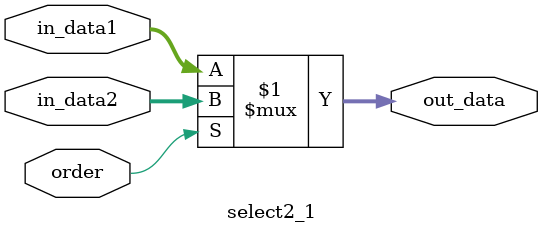
<source format=v>
`timescale 1ns / 1ps


module select2_1(
input [31:0]in_data1,
input [31:0]in_data2,
input order,
output [31:0]out_data
);
assign out_data=order?in_data2:in_data1;
endmodule

</source>
